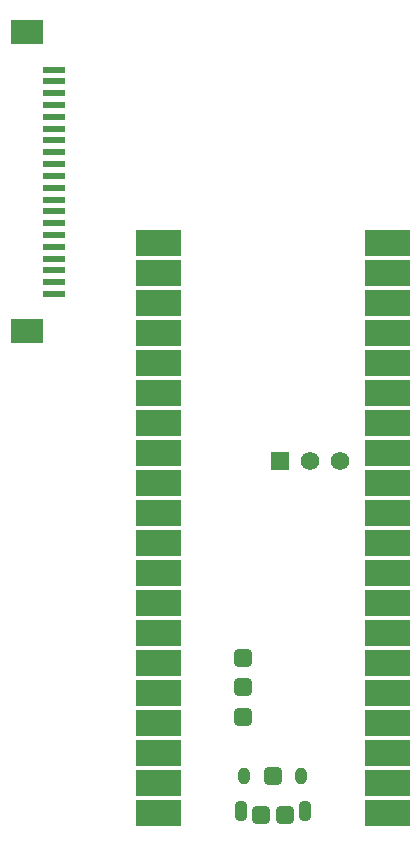
<source format=gbp>
G04*
G04 #@! TF.GenerationSoftware,Altium Limited,Altium Designer,25.2.1 (25)*
G04*
G04 Layer_Color=128*
%FSLAX45Y45*%
%MOMM*%
G71*
G04*
G04 #@! TF.SameCoordinates,CBFBDC55-191E-4970-A60F-4FA5A60A4AEF*
G04*
G04*
G04 #@! TF.FilePolarity,Positive*
G04*
G01*
G75*
%ADD22R,1.57480X1.57480*%
%ADD23C,1.57480*%
%ADD24O,1.05000X1.45000*%
%ADD25O,1.10000X1.80000*%
G04:AMPARAMS|DCode=26|XSize=1.5mm|YSize=1.5mm|CornerRadius=0.3mm|HoleSize=0mm|Usage=FLASHONLY|Rotation=0.000|XOffset=0mm|YOffset=0mm|HoleType=Round|Shape=RoundedRectangle|*
%AMROUNDEDRECTD26*
21,1,1.50000,0.90000,0,0,0.0*
21,1,0.90000,1.50000,0,0,0.0*
1,1,0.60000,0.45000,-0.45000*
1,1,0.60000,-0.45000,-0.45000*
1,1,0.60000,-0.45000,0.45000*
1,1,0.60000,0.45000,0.45000*
%
%ADD26ROUNDEDRECTD26*%
%ADD28R,2.80000X2.10000*%
%ADD29R,1.90000X0.60000*%
G36*
X1921000Y247000D02*
X1541000D01*
Y27000D01*
X1921000D01*
Y247000D01*
D02*
G37*
G36*
Y501000D02*
X1541000D01*
Y281000D01*
X1921000D01*
Y501000D01*
D02*
G37*
G36*
Y755000D02*
X1541000D01*
Y535000D01*
X1921000D01*
Y755000D01*
D02*
G37*
G36*
Y1009000D02*
X1541000D01*
Y789000D01*
X1921000D01*
Y1009000D01*
D02*
G37*
G36*
Y1263000D02*
X1541000D01*
Y1043000D01*
X1921000D01*
Y1263000D01*
D02*
G37*
G36*
X3859000Y247000D02*
X3479000D01*
Y27000D01*
X3859000D01*
Y247000D01*
D02*
G37*
G36*
Y501000D02*
X3479000D01*
Y281000D01*
X3859000D01*
Y501000D01*
D02*
G37*
G36*
Y755000D02*
X3479000D01*
Y535000D01*
X3859000D01*
Y755000D01*
D02*
G37*
G36*
Y1009000D02*
X3479000D01*
Y789000D01*
X3859000D01*
Y1009000D01*
D02*
G37*
G36*
Y1263000D02*
X3479000D01*
Y1043000D01*
X3859000D01*
Y1263000D01*
D02*
G37*
G36*
X1921000Y1517000D02*
X1541000D01*
Y1297000D01*
X1921000D01*
Y1517000D01*
D02*
G37*
G36*
Y1771000D02*
X1541000D01*
Y1551000D01*
X1921000D01*
Y1771000D01*
D02*
G37*
G36*
Y2025000D02*
X1541000D01*
Y1805000D01*
X1921000D01*
Y2025000D01*
D02*
G37*
G36*
Y2279000D02*
X1541000D01*
Y2059000D01*
X1921000D01*
Y2279000D01*
D02*
G37*
G36*
Y2533000D02*
X1541000D01*
Y2313000D01*
X1921000D01*
Y2533000D01*
D02*
G37*
G36*
X3859000Y1517000D02*
X3479000D01*
Y1297000D01*
X3859000D01*
Y1517000D01*
D02*
G37*
G36*
Y1771000D02*
X3479000D01*
Y1551000D01*
X3859000D01*
Y1771000D01*
D02*
G37*
G36*
Y2025000D02*
X3479000D01*
Y1805000D01*
X3859000D01*
Y2025000D01*
D02*
G37*
G36*
Y2279000D02*
X3479000D01*
Y2059000D01*
X3859000D01*
Y2279000D01*
D02*
G37*
G36*
Y2533000D02*
X3479000D01*
Y2313000D01*
X3859000D01*
Y2533000D01*
D02*
G37*
G36*
X1921000Y2787000D02*
X1541000D01*
Y2567000D01*
X1921000D01*
Y2787000D01*
D02*
G37*
G36*
Y3041000D02*
X1541000D01*
Y2821000D01*
X1921000D01*
Y3041000D01*
D02*
G37*
G36*
Y3295000D02*
X1541000D01*
Y3075000D01*
X1921000D01*
Y3295000D01*
D02*
G37*
G36*
Y3549000D02*
X1541000D01*
Y3329000D01*
X1921000D01*
Y3549000D01*
D02*
G37*
G36*
Y3803000D02*
X1541000D01*
Y3583000D01*
X1921000D01*
Y3803000D01*
D02*
G37*
G36*
X3859000Y2787000D02*
X3479000D01*
Y2567000D01*
X3859000D01*
Y2787000D01*
D02*
G37*
G36*
Y3041000D02*
X3479000D01*
Y2821000D01*
X3859000D01*
Y3041000D01*
D02*
G37*
G36*
Y3295000D02*
X3479000D01*
Y3075000D01*
X3859000D01*
Y3295000D01*
D02*
G37*
G36*
Y3549000D02*
X3479000D01*
Y3329000D01*
X3859000D01*
Y3549000D01*
D02*
G37*
G36*
Y3803000D02*
X3479000D01*
Y3583000D01*
X3859000D01*
Y3803000D01*
D02*
G37*
G36*
X1921000Y4057000D02*
X1541000D01*
Y3837000D01*
X1921000D01*
Y4057000D01*
D02*
G37*
G36*
Y4311000D02*
X1541000D01*
Y4091000D01*
X1921000D01*
Y4311000D01*
D02*
G37*
G36*
Y4565000D02*
X1541000D01*
Y4345000D01*
X1921000D01*
Y4565000D01*
D02*
G37*
G36*
Y4819000D02*
X1541000D01*
Y4599000D01*
X1921000D01*
Y4819000D01*
D02*
G37*
G36*
Y5073000D02*
X1541000D01*
Y4853000D01*
X1921000D01*
Y5073000D01*
D02*
G37*
G36*
X3859000Y4057000D02*
X3479000D01*
Y3837000D01*
X3859000D01*
Y4057000D01*
D02*
G37*
G36*
Y4311000D02*
X3479000D01*
Y4091000D01*
X3859000D01*
Y4311000D01*
D02*
G37*
G36*
Y4565000D02*
X3479000D01*
Y4345000D01*
X3859000D01*
Y4565000D01*
D02*
G37*
G36*
Y4819000D02*
X3479000D01*
Y4599000D01*
X3859000D01*
Y4819000D01*
D02*
G37*
G36*
Y5073000D02*
X3479000D01*
Y4853000D01*
X3859000D01*
Y5073000D01*
D02*
G37*
D22*
X2758410Y3120000D02*
D03*
D23*
X3266410D02*
D03*
X3012410D02*
D03*
D24*
X2942500Y453000D02*
D03*
X2457500D02*
D03*
D25*
X2972500Y150000D02*
D03*
X2427500D02*
D03*
D26*
X2450000Y1450000D02*
D03*
Y1200000D02*
D03*
Y950000D02*
D03*
X2700000Y450000D02*
D03*
X2800000Y120000D02*
D03*
X2600000D02*
D03*
D28*
X615000Y6745000D02*
D03*
Y4215000D02*
D03*
D29*
X850000Y6430000D02*
D03*
Y6330000D02*
D03*
Y6230000D02*
D03*
Y6130000D02*
D03*
Y6030000D02*
D03*
Y5930000D02*
D03*
Y5830000D02*
D03*
Y5730000D02*
D03*
Y5630000D02*
D03*
Y5530000D02*
D03*
Y5430000D02*
D03*
Y5330000D02*
D03*
Y5230000D02*
D03*
Y5130000D02*
D03*
Y5030000D02*
D03*
Y4930000D02*
D03*
Y4830000D02*
D03*
Y4730000D02*
D03*
Y4630000D02*
D03*
Y4530000D02*
D03*
M02*

</source>
